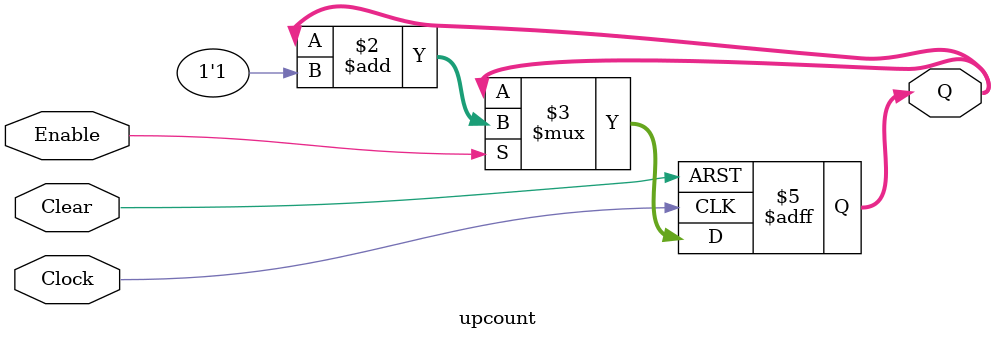
<source format=v>
module upcount(
    input Clear,
    input Clock,
	 input Enable,
    output reg [3:0] Q
);
    always @(posedge Clock or posedge Clear) begin
        if (Clear)
            Q <= 4'b0000; // Reseta o contador
        else if (Enable)
            Q <= Q + 1'b1; // Incrementa o contador apenas quando Enable for 1
    end
	 
endmodule


</source>
